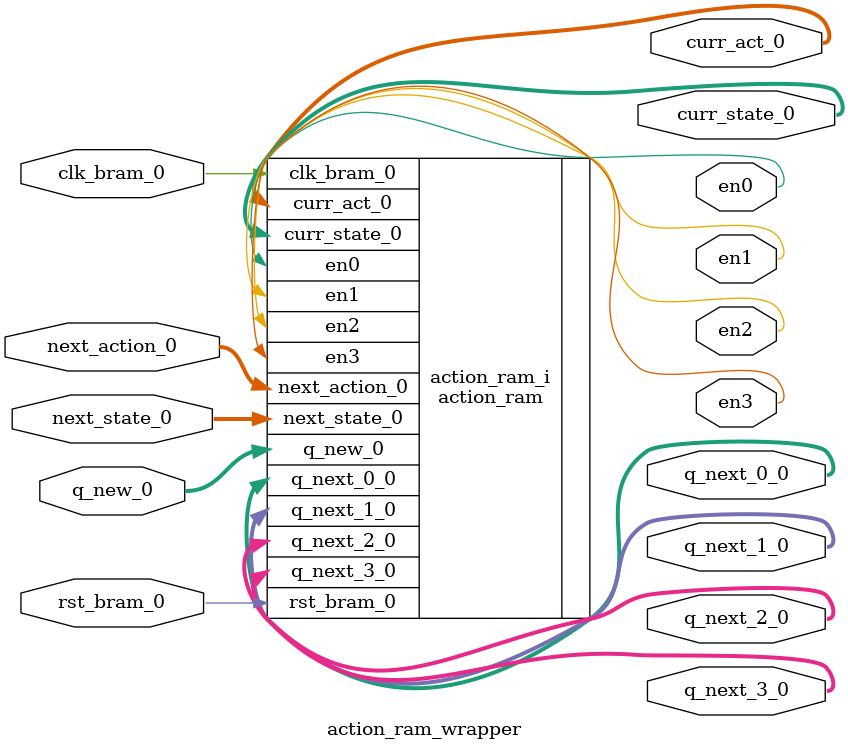
<source format=v>
`timescale 1 ps / 1 ps

module action_ram_wrapper
   (clk_bram_0,
    curr_act_0,
    curr_state_0,
    en0,
    en1,
    en2,
    en3,
    next_action_0,
    next_state_0,
    q_new_0,
    q_next_0_0,
    q_next_1_0,
    q_next_2_0,
    q_next_3_0,
    rst_bram_0);
  input clk_bram_0;
  output [1:0]curr_act_0;
  output [31:0]curr_state_0;
  output en0;
  output en1;
  output en2;
  output en3;
  input [1:0]next_action_0;
  input [31:0]next_state_0;
  input [31:0]q_new_0;
  output [31:0]q_next_0_0;
  output [31:0]q_next_1_0;
  output [31:0]q_next_2_0;
  output [31:0]q_next_3_0;
  input rst_bram_0;

  wire clk_bram_0;
  wire [1:0]curr_act_0;
  wire [31:0]curr_state_0;
  wire en0;
  wire en1;
  wire en2;
  wire en3;
  wire [1:0]next_action_0;
  wire [31:0]next_state_0;
  wire [31:0]q_new_0;
  wire [31:0]q_next_0_0;
  wire [31:0]q_next_1_0;
  wire [31:0]q_next_2_0;
  wire [31:0]q_next_3_0;
  wire rst_bram_0;

  action_ram action_ram_i
       (.clk_bram_0(clk_bram_0),
        .curr_act_0(curr_act_0),
        .curr_state_0(curr_state_0),
        .en0(en0),
        .en1(en1),
        .en2(en2),
        .en3(en3),
        .next_action_0(next_action_0),
        .next_state_0(next_state_0),
        .q_new_0(q_new_0),
        .q_next_0_0(q_next_0_0),
        .q_next_1_0(q_next_1_0),
        .q_next_2_0(q_next_2_0),
        .q_next_3_0(q_next_3_0),
        .rst_bram_0(rst_bram_0));
endmodule

</source>
